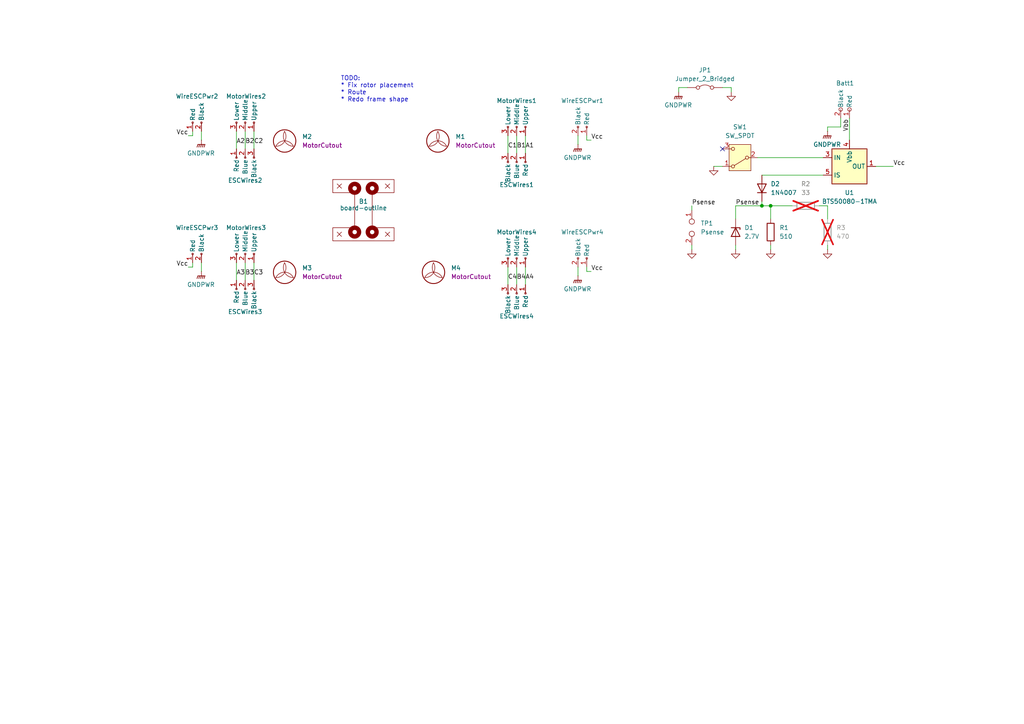
<source format=kicad_sch>
(kicad_sch (version 20231120) (generator "eeschema") (generator_version "8.0")
  (paper "A4")
  (lib_symbols
    (symbol "Connector:TestPoint_2Pole" (pin_names (offset 0.762) hide)
      (property "Reference" "TP" (at 0 1.524 0))
      (property "Value" "TestPoint_2Pole" (at 0 -1.778 0))
      (symbol "TestPoint_2Pole_0_1"
        (circle (center -1.778 0) (radius 0.762))
        (circle (center 1.778 0) (radius 0.762))
        (pin passive line (at -5.08 0 0) (length 2.54) (name "1") (number "1"))
        (pin passive line (at 5.08 0 180) (length 2.54) (name "2") (number "2"))
      )
    )
    (symbol "Device:D_Zener" (pin_numbers hide) (pin_names (offset 1.016) hide)
      (property "Reference" "D" (at 0 2.54 0))
      (property "Value" "D_Zener" (at 0 -2.54 0))
      (symbol "D_Zener_0_1"
        (polyline (pts (xy 1.27 0) (xy -1.27 0)))
        (polyline (pts (xy -1.27 -1.27) (xy -1.27 1.27) (xy -0.762 1.27)) (stroke (width 0.254)))
        (polyline (pts (xy 1.27 -1.27) (xy 1.27 1.27) (xy -1.27 0) (xy 1.27 -1.27)) (stroke (width 0.254)))
      )
      (symbol "D_Zener_1_1"
        (pin passive line (at -3.81 0 0) (length 2.54) (name "K") (number "1"))
        (pin passive line (at 3.81 0 180) (length 2.54) (name "A") (number "2"))
      )
    )
    (symbol "Device:R" (pin_numbers hide) (pin_names (offset 0))
      (property "Reference" "R" (at 2.032 0 90))
      (property "Value" "R" (at 0 0 90))
      (symbol "R_0_1"
        (rectangle (start -1.016 -2.54) (end 1.016 2.54) (stroke (width 0.254)))
      )
      (symbol "R_1_1"
        (pin passive line (at 0 3.81 270) (length 1.27) (name "~") (number "1"))
        (pin passive line (at 0 -3.81 90) (length 1.27) (name "~") (number "2"))
      )
    )
    (symbol "Diode:1N4007" (pin_numbers hide) (pin_names hide)
      (property "Reference" "D" (at 0 2.54 0))
      (property "Value" "1N4007" (at 0 -2.54 0))
      (symbol "1N4007_0_1"
        (polyline (pts (xy -1.27 1.27) (xy -1.27 -1.27)) (stroke (width 0.254)))
        (polyline (pts (xy 1.27 0) (xy -1.27 0)))
        (polyline (pts (xy 1.27 1.27) (xy 1.27 -1.27) (xy -1.27 0) (xy 1.27 1.27)) (stroke (width 0.254)))
      )
      (symbol "1N4007_1_1"
        (pin passive line (at -3.81 0 0) (length 2.54) (name "K") (number "1"))
        (pin passive line (at 3.81 0 180) (length 2.54) (name "A") (number "2"))
      )
    )
    (symbol "Jumper:Jumper_2_Bridged" (pin_numbers hide) (pin_names (offset 0) hide) (exclude_from_sim yes)
      (property "Reference" "JP" (at 0 1.905 0))
      (property "Value" "Jumper_2_Bridged" (at 0 -2.54 0))
      (symbol "Jumper_2_Bridged_0_0"
        (circle (center -2.032 0) (radius 0.508))
        (circle (center 2.032 0) (radius 0.508))
      )
      (symbol "Jumper_2_Bridged_0_1"
        (arc (start 1.524 0.254) (mid 0 0.762) (end -1.524 0.254))
      )
      (symbol "Jumper_2_Bridged_1_1"
        (pin passive line (at -5.08 0 0) (length 2.54) (name "A") (number "1"))
        (pin passive line (at 5.08 0 180) (length 2.54) (name "B") (number "2"))
      )
    )
    (symbol "Mechanical:MountingHole" (pin_names (offset 1.016)) (exclude_from_sim yes) (in_bom no)
      (property "Reference" "H" (at 0 5.08 0))
      (property "Value" "MountingHole" (at 0 3.175 0))
      (symbol "MountingHole_0_1"
        (circle (center 0 0) (radius 1.27) (stroke (width 1.27)))
      )
    )
    (symbol "Power_Management:BTS50080-1TMA"
      (property "Reference" "U" (at -5.08 6.35 0))
      (property "Value" "BTS50080-1TMA" (at 8.89 6.35 0))
      (symbol "BTS50080-1TMA_0_1"
        (rectangle (start -5.08 5.08) (end 5.08 -5.08) (stroke (width 0.254)) (fill (type background)))
      )
      (symbol "BTS50080-1TMA_1_1"
        (pin power_out line (at 7.62 0 180) (length 2.54) (name "OUT") (number "1"))
        (pin passive line (at 7.62 0 180) (length 2.54) hide (name "OUT") (number "2"))
        (pin input line (at -7.62 2.54 0) (length 2.54) (name "IN") (number "3"))
        (pin power_in line (at 0 7.62 270) (length 2.54) (name "Vbb") (number "4"))
        (pin output line (at -7.62 -2.54 0) (length 2.54) (name "IS") (number "5"))
        (pin passive line (at 7.62 0 180) (length 2.54) hide (name "OUT") (number "6"))
        (pin passive line (at 7.62 0 180) (length 2.54) hide (name "OUT") (number "7"))
      )
    )
    (symbol "Switch:SW_SPDT" (pin_names (offset 0) hide)
      (property "Reference" "SW" (at 0 5.08 0))
      (property "Value" "SW_SPDT" (at 0 -5.08 0))
      (symbol "SW_SPDT_0_1"
        (circle (center -2.032 0) (radius 0.4572))
        (polyline (pts (xy -1.651 0.254) (xy 1.651 2.286)))
        (circle (center 2.032 -2.54) (radius 0.4572))
        (circle (center 2.032 2.54) (radius 0.4572))
      )
      (symbol "SW_SPDT_1_1"
        (rectangle (start -3.175 3.81) (end 3.175 -3.81) (fill (type background)))
        (pin passive line (at 5.08 2.54 180) (length 2.54) (name "A") (number "1"))
        (pin passive line (at -5.08 0 0) (length 2.54) (name "B") (number "2"))
        (pin passive line (at 5.08 -2.54 180) (length 2.54) (name "C") (number "3"))
      )
    )
    (symbol "lower-all:Motor" (pin_names (offset 0))
      (property "Reference" "M" (at 2.54 5.08 0))
      (property "Description" "MotorCutout" (at 0 -3.556 0))
      (symbol "Motor_0_1"
        (arc (start -2.54 -0.508) (mid 0.0028 0.9121) (end 0 3.81))
        (circle (center 0 1.016) (radius 3.2512) (stroke (width 0.254)))
        (arc (start 0 3.81) (mid 0.053 0.921) (end 2.54 -0.508))
        (arc (start 2.54 -0.508) (mid 0 1.0618) (end -2.54 -0.508))
      )
    )
    (symbol "lower-all:WireBatt"
      (property "Reference" "WireBatt" (at 0 -7.62 0))
      (symbol "WireBatt_0_1"
        (circle (center -1.27 0) (radius 0.508))
        (circle (center 1.27 0) (radius 0.508))
      )
      (symbol "WireBatt_1_1"
        (pin unspecified line (at -1.27 2.54 270) (length 2.54) (name "Red") (number "1"))
        (pin unspecified line (at 1.27 2.54 270) (length 2.54) (name "Black") (number "2"))
      )
    )
    (symbol "lower-all:WireESC"
      (property "Reference" "ESCWires" (at 0 -6.604 0))
      (symbol "WireESC_0_1"
        (circle (center -2.54 0) (radius 0.254))
        (circle (center 0 0) (radius 0.254))
        (circle (center 2.54 0) (radius 0.254))
      )
      (symbol "WireESC_1_1"
        (pin unspecified line (at -2.54 2.54 270) (length 2.54) (name "Red") (number "1"))
        (pin unspecified line (at 0 2.54 270) (length 2.54) (name "Blue") (number "2"))
        (pin unspecified line (at 2.54 2.54 270) (length 2.54) (name "Black") (number "3"))
      )
    )
    (symbol "lower-all:WireESCPwr"
      (property "Reference" "WireESCPwr" (at 0 -7.62 0))
      (symbol "WireESCPwr_0_1"
        (circle (center -1.27 0) (radius 0.254))
        (circle (center 1.27 0) (radius 0.254))
      )
      (symbol "WireESCPwr_1_1"
        (pin unspecified line (at -1.27 2.54 270) (length 2.54) (name "Red") (number "1"))
        (pin unspecified line (at 1.27 2.54 270) (length 2.54) (name "Black") (number "2"))
      )
    )
    (symbol "lower-all:WireMotor"
      (property "Reference" "MotorWires" (at 0 -7.62 0))
      (symbol "WireMotor_0_1"
        (circle (center -2.54 0) (radius 0.254))
        (circle (center 0 0) (radius 0.254))
        (circle (center 2.54 0) (radius 0.254))
      )
      (symbol "WireMotor_1_1"
        (pin unspecified line (at -2.54 2.54 270) (length 2.54) (name "Upper") (number "1"))
        (pin unspecified line (at 0 2.54 270) (length 2.54) (name "Middle") (number "2"))
        (pin unspecified line (at 2.54 2.54 270) (length 2.54) (name "Lower") (number "3"))
      )
    )
    (symbol "lower-all:board-outline" (pin_names (offset 1.016)) (exclude_from_sim yes) (in_bom no)
      (property "Reference" "B" (at 0 5.08 0))
      (property "Value" "board-outline" (at 0 3.175 0))
      (symbol "board-outline_0_1"
        (polyline (pts (xy -8.89 11.43) (xy -8.89 7.62)))
        (polyline (pts (xy -7.62 -3.81) (xy -6.35 -5.08)))
        (polyline (pts (xy -7.62 10.16) (xy -6.35 8.89)))
        (polyline (pts (xy -6.35 -3.81) (xy -7.62 -5.08)))
        (polyline (pts (xy -6.35 10.16) (xy -7.62 8.89)))
        (polyline (pts (xy 6.35 -3.81) (xy 7.62 -5.08)))
        (polyline (pts (xy 6.35 10.16) (xy 7.62 8.89)))
        (polyline (pts (xy 7.62 -3.81) (xy 6.35 -5.08)))
        (polyline (pts (xy 7.62 10.16) (xy 6.35 8.89)))
        (polyline (pts (xy -8.89 11.43) (xy 8.89 11.43) (xy 8.89 7.62) (xy 2.54 7.62) (xy 2.54 -2.54) (xy 8.89 -2.54) (xy 8.89 -6.35) (xy -8.89 -6.35) (xy -8.89 -2.54) (xy -2.54 -2.54) (xy -2.54 7.62) (xy -8.89 7.62)))
      )
    )
    (symbol "power:GND" (power) (pin_numbers hide) (pin_names (offset 0) hide)
      (property "Value" "GND" (at 0 -3.81 0))
      (symbol "GND_0_1"
        (polyline (pts (xy 0 0) (xy 0 -1.27) (xy 1.27 -1.27) (xy 0 -2.54) (xy -1.27 -1.27) (xy 0 -1.27)))
      )
      (symbol "GND_1_1"
        (pin power_in line (at 0 0 270) (length 0) (name "~") (number "1"))
      )
    )
    (symbol "power:GNDPWR" (power) (pin_numbers hide) (pin_names (offset 0) hide)
      (property "Value" "GNDPWR" (at 0 -3.302 0))
      (symbol "GNDPWR_0_1"
        (polyline (pts (xy 0 -1.27) (xy 0 0)))
        (polyline (pts (xy -1.016 -1.27) (xy -1.27 -2.032) (xy -1.27 -2.032)) (stroke (width 0.2032)))
        (polyline (pts (xy -0.508 -1.27) (xy -0.762 -2.032) (xy -0.762 -2.032)) (stroke (width 0.2032)))
        (polyline (pts (xy 0 -1.27) (xy -0.254 -2.032) (xy -0.254 -2.032)) (stroke (width 0.2032)))
        (polyline (pts (xy 0.508 -1.27) (xy 0.254 -2.032) (xy 0.254 -2.032)) (stroke (width 0.2032)))
        (polyline (pts (xy 1.016 -1.27) (xy -1.016 -1.27) (xy -1.016 -1.27)) (stroke (width 0.2032)))
        (polyline (pts (xy 1.016 -1.27) (xy 0.762 -2.032) (xy 0.762 -2.032) (xy 0.762 -2.032)) (stroke (width 0.2032)))
      )
      (symbol "GNDPWR_1_1"
        (pin power_in line (at 0 0 270) (length 0) (name "~") (number "1"))
      )
    )
  )
  (junction (at 220.98 59.69))
  (junction (at 223.52 59.69))
  (no_connect (at 209.55 43.18))
  (wire (pts (xy 213.36 71.12) (xy 213.36 72.39)))
  (wire (pts (xy 167.64 39.37) (xy 167.64 41.91)))
  (wire (pts (xy 73.66 38.1) (xy 73.66 43.18)))
  (wire (pts (xy 219.71 45.72) (xy 238.76 45.72)))
  (wire (pts (xy 240.03 36.83) (xy 243.84 36.83)))
  (wire (pts (xy 58.42 38.1) (xy 58.42 40.64)))
  (wire (pts (xy 152.4 77.47) (xy 152.4 82.55)))
  (wire (pts (xy 58.42 76.2) (xy 58.42 78.74)))
  (wire (pts (xy 223.52 63.5) (xy 223.52 59.69)))
  (wire (pts (xy 170.18 40.64) (xy 171.45 40.64)))
  (wire (pts (xy 196.85 25.4) (xy 196.85 26.67)))
  (wire (pts (xy 71.12 76.2) (xy 71.12 81.28)))
  (wire (pts (xy 213.36 59.69) (xy 220.98 59.69)))
  (wire (pts (xy 254 48.26) (xy 259.08 48.26)))
  (wire (pts (xy 207.01 48.26) (xy 209.55 48.26)))
  (wire (pts (xy 167.64 77.47) (xy 167.64 80.01)))
  (wire (pts (xy 213.36 59.69) (xy 213.36 63.5)))
  (wire (pts (xy 170.18 78.74) (xy 171.45 78.74)))
  (wire (pts (xy 55.88 77.47) (xy 54.61 77.47)))
  (wire (pts (xy 149.86 77.47) (xy 149.86 82.55)))
  (wire (pts (xy 147.32 39.37) (xy 147.32 44.45)))
  (wire (pts (xy 147.32 77.47) (xy 147.32 82.55)))
  (wire (pts (xy 170.18 77.47) (xy 170.18 78.74)))
  (wire (pts (xy 152.4 39.37) (xy 152.4 44.45)))
  (wire (pts (xy 200.66 72.39) (xy 200.66 71.12)))
  (wire (pts (xy 240.03 59.69) (xy 240.03 63.5)))
  (wire (pts (xy 220.98 58.42) (xy 220.98 59.69)))
  (wire (pts (xy 220.98 50.8) (xy 238.76 50.8)))
  (wire (pts (xy 55.88 38.1) (xy 55.88 39.37)))
  (wire (pts (xy 209.55 25.4) (xy 212.09 25.4)))
  (wire (pts (xy 68.58 76.2) (xy 68.58 81.28)))
  (wire (pts (xy 240.03 36.83) (xy 240.03 38.1)))
  (wire (pts (xy 71.12 38.1) (xy 71.12 43.18)))
  (wire (pts (xy 212.09 25.4) (xy 212.09 26.67)))
  (wire (pts (xy 240.03 71.12) (xy 240.03 72.39)))
  (wire (pts (xy 68.58 38.1) (xy 68.58 43.18)))
  (wire (pts (xy 243.84 36.83) (xy 243.84 34.29)))
  (wire (pts (xy 170.18 39.37) (xy 170.18 40.64)))
  (wire (pts (xy 200.66 59.69) (xy 200.66 60.96)))
  (wire (pts (xy 223.52 59.69) (xy 229.87 59.69)))
  (wire (pts (xy 223.52 71.12) (xy 223.52 72.39)))
  (wire (pts (xy 55.88 76.2) (xy 55.88 77.47)))
  (wire (pts (xy 196.85 25.4) (xy 199.39 25.4)))
  (wire (pts (xy 237.49 59.69) (xy 240.03 59.69)))
  (wire (pts (xy 246.38 34.29) (xy 246.38 40.64)))
  (wire (pts (xy 220.98 59.69) (xy 223.52 59.69)))
  (wire (pts (xy 73.66 76.2) (xy 73.66 81.28)))
  (wire (pts (xy 55.88 39.37) (xy 54.61 39.37)))
  (wire (pts (xy 149.86 39.37) (xy 149.86 44.45)))
  (text "TODO:\n* Fix rotor placement\n* Route\n* Redo frame shape" (at 98.806 25.908 0) (effects (font (size 1.27 1.27)) (justify left)))
  (label "Vbb" (at 246.38 38.1 90))
  (label "Vcc" (at 171.45 40.64 0))
  (label "C2" (at 73.66 41.91 0))
  (label "B4" (at 149.86 81.28 0))
  (label "Vcc" (at 54.61 77.47 180))
  (label "C3" (at 73.66 80.01 0))
  (label "A2" (at 68.58 41.91 0))
  (label "Vcc" (at 259.08 48.26 0))
  (label "A4" (at 152.4 81.28 0))
  (label "B1" (at 149.86 43.18 0))
  (label "Vcc" (at 54.61 39.37 180))
  (label "C4" (at 147.32 81.28 0))
  (label "B2" (at 71.12 41.91 0))
  (label "B3" (at 71.12 80.01 0))
  (label "A1" (at 152.4 43.18 0))
  (label "Vcc" (at 171.45 78.74 0))
  (label "C1" (at 147.32 43.18 0))
  (label "Psense" (at 213.36 59.69 0))
  (label "Psense" (at 200.66 59.69 0))
  (label "A3" (at 68.58 80.01 0))
  (symbol (lib_id "power:GNDPWR") (at 58.42 40.64 0) (unit 1)
    (property "Reference" "#PWR010" (effects (hide yes)))
    (property "Value" "GNDPWR" (at 58.293 44.45 0))
    (property "Description" "Power symbol creates a global label with name \"GNDPWR\" , global ground" (effects (hide yes)))
  )
  (symbol (lib_id "Connector:TestPoint_2Pole") (at 200.66 66.04 270) (unit 1)
    (property "Reference" "TP1" (at 203.2 64.7699 90) (effects (justify left)))
    (property "Value" "Psense" (at 203.2 67.3099 90) (effects (justify left)))
    (property "Footprint" "TestPoint:TestPoint_2Pads_Pitch2.54mm_Drill0.8mm" (effects (hide yes)))
    (property "Description" "2-polar test point" (effects (hide yes)))
  )
  (symbol (lib_id "lower-all:WireESCPwr") (at 168.91 74.93 180) (unit 1)
    (property "Reference" "WireESCPwr4" (at 168.91 67.31 0))
    (property "Footprint" "lower-all:WireESCPwr" (effects (hide yes)))
  )
  (symbol (lib_id "lower-all:WireMotor") (at 149.86 36.83 180) (unit 1)
    (property "Reference" "MotorWires1" (at 149.86 29.21 0))
    (property "Footprint" "lower-all:WireMotor" (effects (hide yes)))
  )
  (symbol (lib_id "lower-all:WireBatt") (at 245.11 31.75 180) (unit 1)
    (property "Reference" "Batt1" (at 245.11 24.13 0))
    (property "Footprint" "lower-all:WireBatt" (effects (hide yes)))
  )
  (symbol (lib_id "power:GND") (at 240.03 72.39 0) (unit 1)
    (property "Reference" "#PWR06" (effects (hide yes)))
    (property "Value" "GND" (effects (hide yes)))
    (property "Description" "Power symbol creates a global label with name \"GND\" , ground" (effects (hide yes)))
  )
  (symbol (lib_id "power:GND") (at 200.66 72.39 0) (unit 1)
    (property "Reference" "#PWR07" (effects (hide yes)))
    (property "Value" "GND" (effects (hide yes)))
    (property "Description" "Power symbol creates a global label with name \"GND\" , ground" (effects (hide yes)))
  )
  (symbol (lib_id "power:GND") (at 207.01 48.26 0) (unit 1)
    (property "Reference" "#PWR04" (effects (hide yes)))
    (property "Value" "GND" (effects (hide yes)))
    (property "Description" "Power symbol creates a global label with name \"GND\" , ground" (effects (hide yes)))
  )
  (symbol (lib_id "power:GNDPWR") (at 167.64 80.01 0) (unit 1)
    (property "Reference" "#PWR09" (effects (hide yes)))
    (property "Value" "GNDPWR" (at 167.513 83.82 0))
    (property "Description" "Power symbol creates a global label with name \"GNDPWR\" , global ground" (effects (hide yes)))
  )
  (symbol (lib_id "lower-all:WireESCPwr") (at 57.15 35.56 0) (mirror x) (unit 1)
    (property "Reference" "WireESCPwr2" (at 57.15 27.94 0))
    (property "Footprint" "lower-all:WireESCPwr" (effects (hide yes)))
  )
  (symbol (lib_id "lower-all:Motor") (at 127 41.91 0) (unit 1)
    (property "Reference" "M1" (at 132.08 39.6239 0) (effects (justify left)))
    (property "Value" "MotorCutout" (effects (hide yes)))
    (property "Footprint" "lower-all:MotorEdges" (effects (hide yes)))
    (property "Description" "MotorCutout" (at 132.08 42.1639 0) (effects (justify left)))
  )
  (symbol (lib_id "lower-all:WireMotor") (at 71.12 35.56 180) (unit 1)
    (property "Reference" "MotorWires2" (at 71.374 27.94 0))
    (property "Footprint" "lower-all:WireMotor" (effects (hide yes)))
  )
  (symbol (lib_id "power:GND") (at 223.52 72.39 0) (unit 1)
    (property "Reference" "#PWR03" (effects (hide yes)))
    (property "Value" "GND" (effects (hide yes)))
    (property "Description" "Power symbol creates a global label with name \"GND\" , ground" (effects (hide yes)))
  )
  (symbol (lib_id "Mechanical:MountingHole") (at 107.95 67.31 90) (unit 1) (exclude_from_sim yes) (in_bom no)
    (property "Reference" "H4" (effects (hide yes)))
    (property "Value" "MountingHole" (effects (hide yes)))
    (property "Footprint" "MountingHole:MountingHole_3.2mm_M3_ISO14580" (effects (hide yes)))
    (property "Description" "Mounting Hole without connection" (effects (hide yes)))
  )
  (symbol (lib_id "power:GNDPWR") (at 240.03 38.1 0) (unit 1)
    (property "Reference" "#PWR011" (effects (hide yes)))
    (property "Value" "GNDPWR" (at 239.903 41.91 0))
    (property "Description" "Power symbol creates a global label with name \"GNDPWR\" , global ground" (effects (hide yes)))
  )
  (symbol (lib_id "lower-all:WireMotor") (at 71.12 73.66 180) (unit 1)
    (property "Reference" "MotorWires3" (at 71.374 66.04 0))
    (property "Footprint" "lower-all:WireMotor" (effects (hide yes)))
  )
  (symbol (lib_id "power:GND") (at 212.09 26.67 0) (unit 1)
    (property "Reference" "#PWR012" (effects (hide yes)))
    (property "Value" "GND" (effects (hide yes)))
    (property "Description" "Power symbol creates a global label with name \"GND\" , ground" (effects (hide yes)))
  )
  (symbol (lib_id "lower-all:WireMotor") (at 149.86 74.93 180) (unit 1)
    (property "Reference" "MotorWires4" (at 149.86 67.31 0))
    (property "Footprint" "lower-all:WireMotor" (effects (hide yes)))
  )
  (symbol (lib_id "Mechanical:MountingHole") (at 107.95 54.61 90) (unit 1) (exclude_from_sim yes) (in_bom no)
    (property "Reference" "H1" (effects (hide yes)))
    (property "Value" "MountingHole" (effects (hide yes)))
    (property "Footprint" "MountingHole:MountingHole_3.2mm_M3_ISO14580" (effects (hide yes)))
    (property "Description" "Mounting Hole without connection" (effects (hide yes)))
  )
  (symbol (lib_id "Mechanical:MountingHole") (at 102.87 54.61 90) (unit 1) (exclude_from_sim yes) (in_bom no)
    (property "Reference" "H2" (effects (hide yes)))
    (property "Value" "MountingHole" (effects (hide yes)))
    (property "Footprint" "MountingHole:MountingHole_3.2mm_M3_ISO14580" (effects (hide yes)))
    (property "Description" "Mounting Hole without connection" (effects (hide yes)))
  )
  (symbol (lib_id "lower-all:WireESCPwr") (at 57.15 73.66 0) (mirror x) (unit 1)
    (property "Reference" "WireESCPwr3" (at 57.15 66.04 0))
    (property "Footprint" "lower-all:WireESCPwr" (effects (hide yes)))
  )
  (symbol (lib_id "power:GNDPWR") (at 196.85 26.67 0) (unit 1)
    (property "Reference" "#PWR01" (effects (hide yes)))
    (property "Value" "GNDPWR" (at 196.723 30.48 0))
    (property "Description" "Power symbol creates a global label with name \"GNDPWR\" , global ground" (effects (hide yes)))
  )
  (symbol (lib_id "lower-all:Motor") (at 125.73 80.01 0) (unit 1)
    (property "Reference" "M4" (at 130.81 77.7239 0) (effects (justify left)))
    (property "Value" "MotorCutout" (effects (hide yes)))
    (property "Footprint" "lower-all:MotorEdges" (effects (hide yes)))
    (property "Description" "MotorCutout" (at 130.81 80.2639 0) (effects (justify left)))
  )
  (symbol (lib_id "power:GNDPWR") (at 58.42 78.74 0) (unit 1)
    (property "Reference" "#PWR08" (effects (hide yes)))
    (property "Value" "GNDPWR" (at 58.293 82.55 0))
    (property "Description" "Power symbol creates a global label with name \"GNDPWR\" , global ground" (effects (hide yes)))
  )
  (symbol (lib_id "lower-all:Motor") (at 82.55 41.91 0) (unit 1)
    (property "Reference" "M2" (at 87.63 39.6239 0) (effects (justify left)))
    (property "Value" "MotorCutout" (effects (hide yes)))
    (property "Footprint" "lower-all:MotorEdges" (effects (hide yes)))
    (property "Description" "MotorCutout" (at 87.63 42.1639 0) (effects (justify left)))
  )
  (symbol (lib_id "lower-all:Motor") (at 82.55 80.01 0) (unit 1)
    (property "Reference" "M3" (at 87.63 77.7239 0) (effects (justify left)))
    (property "Value" "MotorCutout" (effects (hide yes)))
    (property "Footprint" "lower-all:MotorEdges" (effects (hide yes)))
    (property "Description" "MotorCutout" (at 87.63 80.2639 0) (effects (justify left)))
  )
  (symbol (lib_id "lower-all:WireESC") (at 149.86 85.09 0) (mirror y) (unit 1)
    (property "Reference" "ESCWires4" (at 149.86 91.694 0))
    (property "Footprint" "lower-all:WireESC" (effects (hide yes)))
  )
  (symbol (lib_id "Power_Management:BTS50080-1TMA") (at 246.38 48.26 0) (unit 1)
    (property "Reference" "U1" (at 246.38 55.88 0))
    (property "Value" "BTS50080-1TMA" (at 246.38 58.42 0))
    (property "Footprint" "Package_TO_SOT_SMD:TO-263-7_TabPin4" (effects (hide yes)))
    (property "Datasheet" "https://www.infineon.com/dgdl/Infineon-BTS50080-1TMA-DS-v01_00-EN.pdf?fileId=5546d4625a888733015aa435d7fe1153" (effects (hide yes)))
    (property "Description" "Smart High-Side Power Switch, PROFET, Single, 16mOhm, 9.5A, 38V, TO220-7" (effects (hide yes)))
  )
  (symbol (lib_id "lower-all:WireESC") (at 71.12 83.82 0) (unit 1)
    (property "Reference" "ESCWires3" (at 71.12 90.424 0))
    (property "Footprint" "lower-all:WireESC" (effects (hide yes)))
  )
  (symbol (lib_id "Device:R") (at 223.52 67.31 0) (unit 1)
    (property "Reference" "R1" (at 226.06 66.0399 0) (effects (justify left)))
    (property "Value" "510" (at 226.06 68.5799 0) (effects (justify left)))
    (property "Footprint" "Resistor_SMD:R_0201_0603Metric_Pad0.64x0.40mm_HandSolder" (effects (hide yes)))
    (property "Description" "Resistor" (effects (hide yes)))
  )
  (symbol (lib_id "Device:R") (at 240.03 67.31 0) (unit 1) (dnp yes)
    (property "Reference" "R3" (at 242.57 66.0399 0) (effects (justify left)))
    (property "Value" "470" (at 242.57 68.5799 0) (effects (justify left)))
    (property "Footprint" "Resistor_THT:R_Axial_DIN0207_L6.3mm_D2.5mm_P7.62mm_Horizontal" (effects (hide yes)))
    (property "Description" "Resistor" (effects (hide yes)))
  )
  (symbol (lib_id "Jumper:Jumper_2_Bridged") (at 204.47 25.4 0) (unit 1) (exclude_from_sim yes)
    (property "Reference" "JP1" (at 204.47 20.32 0))
    (property "Value" "Jumper_2_Bridged" (at 204.47 22.86 0))
    (property "Footprint" "lower-all:SolderJumperLarge" (effects (hide yes)))
    (property "Description" "Jumper, 2-pole, closed/bridged" (effects (hide yes)))
  )
  (symbol (lib_id "Device:R") (at 233.68 59.69 90) (unit 1) (dnp yes)
    (property "Reference" "R2" (at 233.68 53.34 90))
    (property "Value" "33" (at 233.68 55.88 90))
    (property "Footprint" "Resistor_THT:R_Axial_DIN0207_L6.3mm_D2.5mm_P7.62mm_Horizontal" (effects (hide yes)))
    (property "Description" "Resistor" (effects (hide yes)))
  )
  (symbol (lib_id "lower-all:board-outline") (at 105.41 63.5 0) (unit 1) (exclude_from_sim yes) (in_bom no)
    (property "Reference" "B1" (at 105.41 58.42 0))
    (property "Value" "board-outline" (at 105.41 60.325 0))
    (property "Footprint" "lower-all:board-outline-test" (effects (hide yes)))
    (property "Description" "Quadcopter Board Outline" (effects (hide yes)))
  )
  (symbol (lib_id "power:GNDPWR") (at 167.64 41.91 0) (unit 1)
    (property "Reference" "#PWR02" (effects (hide yes)))
    (property "Value" "GNDPWR" (at 167.513 45.72 0))
    (property "Description" "Power symbol creates a global label with name \"GNDPWR\" , global ground" (effects (hide yes)))
  )
  (symbol (lib_id "lower-all:WireESCPwr") (at 168.91 36.83 180) (unit 1)
    (property "Reference" "WireESCPwr1" (at 168.91 29.21 0))
    (property "Footprint" "lower-all:WireESCPwr" (effects (hide yes)))
  )
  (symbol (lib_id "power:GND") (at 213.36 72.39 0) (unit 1)
    (property "Reference" "#PWR05" (effects (hide yes)))
    (property "Value" "GND" (effects (hide yes)))
    (property "Description" "Power symbol creates a global label with name \"GND\" , ground" (effects (hide yes)))
  )
  (symbol (lib_id "lower-all:WireESC") (at 149.86 46.99 0) (mirror y) (unit 1)
    (property "Reference" "ESCWires1" (at 149.86 53.594 0))
    (property "Footprint" "lower-all:WireESC" (effects (hide yes)))
  )
  (symbol (lib_id "lower-all:WireESC") (at 71.12 45.72 0) (unit 1)
    (property "Reference" "ESCWires2" (at 71.12 52.324 0))
    (property "Footprint" "lower-all:WireESC" (effects (hide yes)))
  )
  (symbol (lib_id "Device:D_Zener") (at 213.36 67.31 270) (unit 1)
    (property "Reference" "D1" (at 215.9 66.0399 90) (effects (justify left)))
    (property "Value" "2.7V" (at 215.9 68.5799 90) (effects (justify left)))
    (property "Footprint" "Diode_THT:D_T-1_P5.08mm_Horizontal" (effects (hide yes)))
    (property "Description" "Zener diode" (effects (hide yes)))
  )
  (symbol (lib_id "Diode:1N4007") (at 220.98 54.61 90) (unit 1)
    (property "Reference" "D2" (at 223.52 53.3399 90) (effects (justify right)))
    (property "Value" "1N4007" (at 223.52 55.8799 90) (effects (justify right)))
    (property "Footprint" "Diode_THT:D_DO-41_SOD81_P10.16mm_Horizontal" (effects (hide yes)))
    (property "Datasheet" "http://www.vishay.com/docs/88503/1n4001.pdf" (effects (hide yes)))
    (property "Description" "1000V 1A General Purpose Rectifier Diode, DO-41" (effects (hide yes)))
    (property "Sim.Device" "D" (effects (hide yes)))
    (property "Sim.Pins" "1=K 2=A" (effects (hide yes)))
  )
  (symbol (lib_id "Switch:SW_SPDT") (at 214.63 45.72 180) (unit 1)
    (property "Reference" "SW1" (at 214.63 36.83 0))
    (property "Value" "SW_SPDT" (at 214.63 39.37 0))
    (property "Footprint" "Button_Switch_THT:SW_Slide_SPDT_Angled_CK_OS102011MA1Q" (effects (hide yes)))
    (property "Description" "Switch, single pole double throw" (effects (hide yes)))
  )
  (symbol (lib_id "Mechanical:MountingHole") (at 102.87 67.31 90) (unit 1) (exclude_from_sim yes) (in_bom no)
    (property "Reference" "H3" (effects (hide yes)))
    (property "Value" "MountingHole" (effects (hide yes)))
    (property "Footprint" "MountingHole:MountingHole_3.2mm_M3_ISO14580" (effects (hide yes)))
    (property "Description" "Mounting Hole without connection" (effects (hide yes)))
  )
)
</source>
